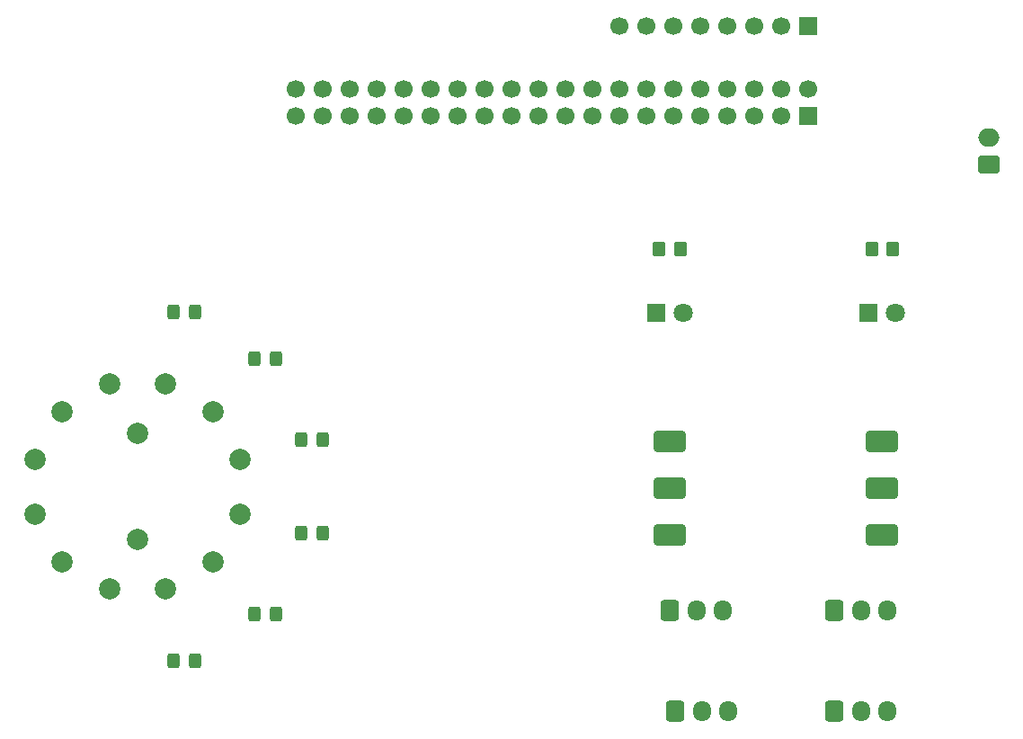
<source format=gbr>
%TF.GenerationSoftware,KiCad,Pcbnew,9.0.6*%
%TF.CreationDate,2025-12-07T15:07:03-05:00*%
%TF.ProjectId,IO_board,494f5f62-6f61-4726-942e-6b696361645f,rev?*%
%TF.SameCoordinates,Original*%
%TF.FileFunction,Soldermask,Bot*%
%TF.FilePolarity,Negative*%
%FSLAX46Y46*%
G04 Gerber Fmt 4.6, Leading zero omitted, Abs format (unit mm)*
G04 Created by KiCad (PCBNEW 9.0.6) date 2025-12-07 15:07:03*
%MOMM*%
%LPD*%
G01*
G04 APERTURE LIST*
G04 Aperture macros list*
%AMRoundRect*
0 Rectangle with rounded corners*
0 $1 Rounding radius*
0 $2 $3 $4 $5 $6 $7 $8 $9 X,Y pos of 4 corners*
0 Add a 4 corners polygon primitive as box body*
4,1,4,$2,$3,$4,$5,$6,$7,$8,$9,$2,$3,0*
0 Add four circle primitives for the rounded corners*
1,1,$1+$1,$2,$3*
1,1,$1+$1,$4,$5*
1,1,$1+$1,$6,$7*
1,1,$1+$1,$8,$9*
0 Add four rect primitives between the rounded corners*
20,1,$1+$1,$2,$3,$4,$5,0*
20,1,$1+$1,$4,$5,$6,$7,0*
20,1,$1+$1,$6,$7,$8,$9,0*
20,1,$1+$1,$8,$9,$2,$3,0*%
G04 Aperture macros list end*
%ADD10C,1.700000*%
%ADD11R,1.700000X1.700000*%
%ADD12RoundRect,0.250000X-0.600000X-0.725000X0.600000X-0.725000X0.600000X0.725000X-0.600000X0.725000X0*%
%ADD13O,1.700000X1.950000*%
%ADD14RoundRect,0.300000X1.200000X0.700000X-1.200000X0.700000X-1.200000X-0.700000X1.200000X-0.700000X0*%
%ADD15C,1.800000*%
%ADD16R,1.800000X1.800000*%
%ADD17RoundRect,0.250000X-0.350000X-0.450000X0.350000X-0.450000X0.350000X0.450000X-0.350000X0.450000X0*%
%ADD18RoundRect,0.250000X0.325000X0.450000X-0.325000X0.450000X-0.325000X-0.450000X0.325000X-0.450000X0*%
%ADD19C,2.000000*%
%ADD20RoundRect,0.250000X0.750000X-0.600000X0.750000X0.600000X-0.750000X0.600000X-0.750000X-0.600000X0*%
%ADD21O,2.000000X1.700000*%
G04 APERTURE END LIST*
D10*
%TO.C,J2*%
X105740000Y-66460000D03*
X105740000Y-69000000D03*
X108280000Y-66460000D03*
X108280000Y-69000000D03*
X110820000Y-66460000D03*
X110820000Y-69000000D03*
X113360000Y-66460000D03*
X113360000Y-69000000D03*
X115900000Y-66460000D03*
X115900000Y-69000000D03*
X118440000Y-66460000D03*
X118440000Y-69000000D03*
X120980000Y-66460000D03*
X120980000Y-69000000D03*
X123520000Y-66460000D03*
X123520000Y-69000000D03*
X126060000Y-66460000D03*
X126060000Y-69000000D03*
X128600000Y-66460000D03*
X128600000Y-69000000D03*
X131140000Y-66460000D03*
X131140000Y-69000000D03*
X133680000Y-66460000D03*
X133680000Y-69000000D03*
X136220000Y-66460000D03*
X136220000Y-69000000D03*
X138760000Y-66460000D03*
X138760000Y-69000000D03*
X141300000Y-66460000D03*
X141300000Y-69000000D03*
X143840000Y-66460000D03*
X143840000Y-69000000D03*
X146380000Y-66460000D03*
X146380000Y-69000000D03*
X148920000Y-66460000D03*
X148920000Y-69000000D03*
X151460000Y-66460000D03*
X151460000Y-69000000D03*
X154000000Y-66460000D03*
D11*
X154000000Y-69000000D03*
%TD*%
%TO.C,J7*%
X154040000Y-60500000D03*
D10*
X151500000Y-60500000D03*
X148960000Y-60500000D03*
X146420000Y-60500000D03*
X143880000Y-60500000D03*
X141340000Y-60500000D03*
X138800000Y-60500000D03*
X136260000Y-60500000D03*
%TD*%
D12*
%TO.C,J5*%
X141500000Y-125000000D03*
D13*
X144000000Y-125000000D03*
X146500000Y-125000000D03*
%TD*%
%TO.C,J3*%
X146000000Y-115500000D03*
X143500000Y-115500000D03*
D12*
X141000000Y-115500000D03*
%TD*%
%TO.C,J4*%
X156500000Y-115500000D03*
D13*
X159000000Y-115500000D03*
X161500000Y-115500000D03*
%TD*%
D12*
%TO.C,J6*%
X156500000Y-125000000D03*
D13*
X159000000Y-125000000D03*
X161500000Y-125000000D03*
%TD*%
D14*
%TO.C,SW2*%
X141000000Y-99600000D03*
X141000000Y-104000000D03*
X141000000Y-108400000D03*
%TD*%
D15*
%TO.C,D1*%
X162250000Y-87500000D03*
D16*
X159710000Y-87500000D03*
%TD*%
%TO.C,D2*%
X139710000Y-87500000D03*
D15*
X142250000Y-87500000D03*
%TD*%
D14*
%TO.C,SW1*%
X161000000Y-108400000D03*
X161000000Y-104000000D03*
X161000000Y-99600000D03*
%TD*%
D17*
%TO.C,R2*%
X142000000Y-81500000D03*
X140000000Y-81500000D03*
%TD*%
%TO.C,R1*%
X160000000Y-81500000D03*
X162000000Y-81500000D03*
%TD*%
D18*
%TO.C,D7*%
X103900364Y-91837864D03*
X101850364Y-91837864D03*
%TD*%
%TO.C,D8*%
X94220364Y-87437864D03*
X96270364Y-87437864D03*
%TD*%
D19*
%TO.C,SW3*%
X81198606Y-101269674D03*
X83786864Y-96786864D03*
X88269674Y-94198606D03*
X93446054Y-94198606D03*
X97928864Y-96786864D03*
X100517122Y-101269674D03*
X100517122Y-106446054D03*
X97928864Y-110928864D03*
X93446054Y-113517122D03*
X88269674Y-113517122D03*
X83786864Y-110928864D03*
X81198606Y-106446054D03*
X90857864Y-98857864D03*
X90857864Y-108857864D03*
%TD*%
D18*
%TO.C,D3*%
X96290364Y-120277864D03*
X94240364Y-120277864D03*
%TD*%
%TO.C,D4*%
X103900364Y-115877864D03*
X101850364Y-115877864D03*
%TD*%
%TO.C,D5*%
X108310364Y-108257864D03*
X106260364Y-108257864D03*
%TD*%
%TO.C,D6*%
X108281103Y-99457940D03*
X106231103Y-99457940D03*
%TD*%
D20*
%TO.C,J1*%
X171000000Y-73500000D03*
D21*
X171000000Y-71000000D03*
%TD*%
M02*

</source>
